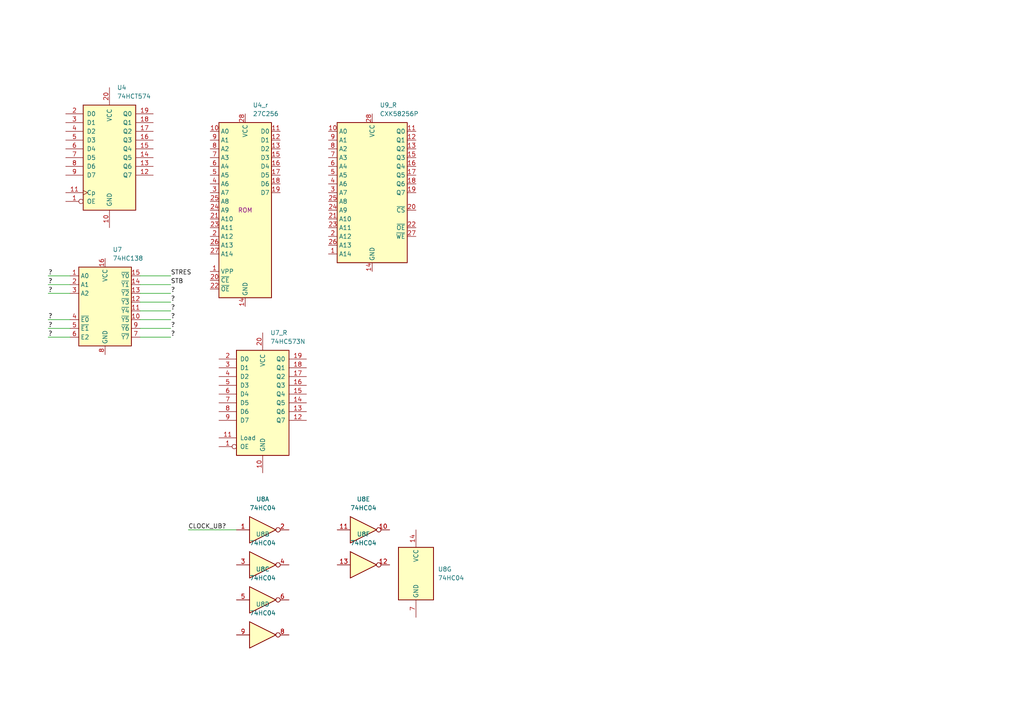
<source format=kicad_sch>
(kicad_sch (version 20231120) (generator "eeschema") (generator_version "8.0")
  (paper "A4")
  (lib_symbols
    (symbol "74xx:74HC04"
      (property "Reference" "U" (at 0 1.27 0))
      (property "Value" "74HC04" (at 0 -1.27 0))
      (symbol "74HC04_1_0"
        (polyline (pts (xy -3.81 3.81) (xy -3.81 -3.81) (xy 3.81 0) (xy -3.81 3.81)) (stroke (width 0.254)) (fill (type background)))
        (pin input line (at -7.62 0 0) (length 3.81) (name "~") (number "1"))
        (pin output inverted (at 7.62 0 180) (length 3.81) (name "~") (number "2"))
      )
      (symbol "74HC04_2_0"
        (polyline (pts (xy -3.81 3.81) (xy -3.81 -3.81) (xy 3.81 0) (xy -3.81 3.81)) (stroke (width 0.254)) (fill (type background)))
        (pin input line (at -7.62 0 0) (length 3.81) (name "~") (number "3"))
        (pin output inverted (at 7.62 0 180) (length 3.81) (name "~") (number "4"))
      )
      (symbol "74HC04_3_0"
        (polyline (pts (xy -3.81 3.81) (xy -3.81 -3.81) (xy 3.81 0) (xy -3.81 3.81)) (stroke (width 0.254)) (fill (type background)))
        (pin input line (at -7.62 0 0) (length 3.81) (name "~") (number "5"))
        (pin output inverted (at 7.62 0 180) (length 3.81) (name "~") (number "6"))
      )
      (symbol "74HC04_4_0"
        (polyline (pts (xy -3.81 3.81) (xy -3.81 -3.81) (xy 3.81 0) (xy -3.81 3.81)) (stroke (width 0.254)) (fill (type background)))
        (pin output inverted (at 7.62 0 180) (length 3.81) (name "~") (number "8"))
        (pin input line (at -7.62 0 0) (length 3.81) (name "~") (number "9"))
      )
      (symbol "74HC04_5_0"
        (polyline (pts (xy -3.81 3.81) (xy -3.81 -3.81) (xy 3.81 0) (xy -3.81 3.81)) (stroke (width 0.254)) (fill (type background)))
        (pin output inverted (at 7.62 0 180) (length 3.81) (name "~") (number "10"))
        (pin input line (at -7.62 0 0) (length 3.81) (name "~") (number "11"))
      )
      (symbol "74HC04_6_0"
        (polyline (pts (xy -3.81 3.81) (xy -3.81 -3.81) (xy 3.81 0) (xy -3.81 3.81)) (stroke (width 0.254)) (fill (type background)))
        (pin output inverted (at 7.62 0 180) (length 3.81) (name "~") (number "12"))
        (pin input line (at -7.62 0 0) (length 3.81) (name "~") (number "13"))
      )
      (symbol "74HC04_7_0"
        (pin power_in line (at 0 12.7 270) (length 5.08) (name "VCC") (number "14"))
        (pin power_in line (at 0 -12.7 90) (length 5.08) (name "GND") (number "7"))
      )
      (symbol "74HC04_7_1"
        (rectangle (start -5.08 7.62) (end 5.08 -7.62) (stroke (width 0.254)) (fill (type background)))
      )
    )
    (symbol "74xx:74HC138"
      (property "Reference" "U" (at -7.62 13.97 0))
      (property "Value" "74HC138" (at 2.54 -11.43 0))
      (symbol "74HC138_0_1"
        (rectangle (start -7.62 12.7) (end 7.62 -10.16) (stroke (width 0.254)) (fill (type background)))
      )
      (symbol "74HC138_1_1"
        (pin input line (at -10.16 10.16 0) (length 2.54) (name "A0") (number "1"))
        (pin output line (at 10.16 -2.54 180) (length 2.54) (name "~{Y5}") (number "10"))
        (pin output line (at 10.16 0 180) (length 2.54) (name "~{Y4}") (number "11"))
        (pin output line (at 10.16 2.54 180) (length 2.54) (name "~{Y3}") (number "12"))
        (pin output line (at 10.16 5.08 180) (length 2.54) (name "~{Y2}") (number "13"))
        (pin output line (at 10.16 7.62 180) (length 2.54) (name "~{Y1}") (number "14"))
        (pin output line (at 10.16 10.16 180) (length 2.54) (name "~{Y0}") (number "15"))
        (pin power_in line (at 0 15.24 270) (length 2.54) (name "VCC") (number "16"))
        (pin input line (at -10.16 7.62 0) (length 2.54) (name "A1") (number "2"))
        (pin input line (at -10.16 5.08 0) (length 2.54) (name "A2") (number "3"))
        (pin input line (at -10.16 -2.54 0) (length 2.54) (name "~{E0}") (number "4"))
        (pin input line (at -10.16 -5.08 0) (length 2.54) (name "~{E1}") (number "5"))
        (pin input line (at -10.16 -7.62 0) (length 2.54) (name "E2") (number "6"))
        (pin output line (at 10.16 -7.62 180) (length 2.54) (name "~{Y7}") (number "7"))
        (pin power_in line (at 0 -12.7 90) (length 2.54) (name "GND") (number "8"))
        (pin output line (at 10.16 -5.08 180) (length 2.54) (name "~{Y6}") (number "9"))
      )
    )
    (symbol "74xx:74HCT574" (pin_names (offset 1.016))
      (property "Reference" "U" (at -7.62 16.51 0))
      (property "Value" "74HCT574" (at -7.62 -16.51 0))
      (symbol "74HCT574_1_0"
        (pin input inverted (at -12.7 -12.7 0) (length 5.08) (name "OE") (number "1"))
        (pin power_in line (at 0 -20.32 90) (length 5.08) (name "GND") (number "10"))
        (pin input clock (at -12.7 -10.16 0) (length 5.08) (name "Cp") (number "11"))
        (pin tri_state line (at 12.7 -5.08 180) (length 5.08) (name "Q7") (number "12"))
        (pin tri_state line (at 12.7 -2.54 180) (length 5.08) (name "Q6") (number "13"))
        (pin tri_state line (at 12.7 0 180) (length 5.08) (name "Q5") (number "14"))
        (pin tri_state line (at 12.7 2.54 180) (length 5.08) (name "Q4") (number "15"))
        (pin tri_state line (at 12.7 5.08 180) (length 5.08) (name "Q3") (number "16"))
        (pin tri_state line (at 12.7 7.62 180) (length 5.08) (name "Q2") (number "17"))
        (pin tri_state line (at 12.7 10.16 180) (length 5.08) (name "Q1") (number "18"))
        (pin tri_state line (at 12.7 12.7 180) (length 5.08) (name "Q0") (number "19"))
        (pin input line (at -12.7 12.7 0) (length 5.08) (name "D0") (number "2"))
        (pin power_in line (at 0 20.32 270) (length 5.08) (name "VCC") (number "20"))
        (pin input line (at -12.7 10.16 0) (length 5.08) (name "D1") (number "3"))
        (pin input line (at -12.7 7.62 0) (length 5.08) (name "D2") (number "4"))
        (pin input line (at -12.7 5.08 0) (length 5.08) (name "D3") (number "5"))
        (pin input line (at -12.7 2.54 0) (length 5.08) (name "D4") (number "6"))
        (pin input line (at -12.7 0 0) (length 5.08) (name "D5") (number "7"))
        (pin input line (at -12.7 -2.54 0) (length 5.08) (name "D6") (number "8"))
        (pin input line (at -12.7 -5.08 0) (length 5.08) (name "D7") (number "9"))
      )
      (symbol "74HCT574_1_1"
        (rectangle (start -7.62 15.24) (end 7.62 -15.24) (stroke (width 0.254)) (fill (type background)))
      )
    )
    (symbol "74xx:74LS573" (pin_names (offset 1.016))
      (property "Reference" "U" (at -7.62 16.51 0))
      (property "Value" "74LS573" (at -7.62 -16.51 0))
      (symbol "74LS573_1_0"
        (pin input inverted (at -12.7 -12.7 0) (length 5.08) (name "OE") (number "1"))
        (pin power_in line (at 0 -20.32 90) (length 5.08) (name "GND") (number "10"))
        (pin input line (at -12.7 -10.16 0) (length 5.08) (name "Load") (number "11"))
        (pin tri_state line (at 12.7 -5.08 180) (length 5.08) (name "Q7") (number "12"))
        (pin tri_state line (at 12.7 -2.54 180) (length 5.08) (name "Q6") (number "13"))
        (pin tri_state line (at 12.7 0 180) (length 5.08) (name "Q5") (number "14"))
        (pin tri_state line (at 12.7 2.54 180) (length 5.08) (name "Q4") (number "15"))
        (pin tri_state line (at 12.7 5.08 180) (length 5.08) (name "Q3") (number "16"))
        (pin tri_state line (at 12.7 7.62 180) (length 5.08) (name "Q2") (number "17"))
        (pin tri_state line (at 12.7 10.16 180) (length 5.08) (name "Q1") (number "18"))
        (pin tri_state line (at 12.7 12.7 180) (length 5.08) (name "Q0") (number "19"))
        (pin input line (at -12.7 12.7 0) (length 5.08) (name "D0") (number "2"))
        (pin power_in line (at 0 20.32 270) (length 5.08) (name "VCC") (number "20"))
        (pin input line (at -12.7 10.16 0) (length 5.08) (name "D1") (number "3"))
        (pin input line (at -12.7 7.62 0) (length 5.08) (name "D2") (number "4"))
        (pin input line (at -12.7 5.08 0) (length 5.08) (name "D3") (number "5"))
        (pin input line (at -12.7 2.54 0) (length 5.08) (name "D4") (number "6"))
        (pin input line (at -12.7 0 0) (length 5.08) (name "D5") (number "7"))
        (pin input line (at -12.7 -2.54 0) (length 5.08) (name "D6") (number "8"))
        (pin input line (at -12.7 -5.08 0) (length 5.08) (name "D7") (number "9"))
      )
      (symbol "74LS573_1_1"
        (rectangle (start -7.62 15.24) (end 7.62 -15.24) (stroke (width 0.254)) (fill (type background)))
      )
    )
    (symbol "Memory_EPROM:27C256"
      (property "Reference" "U" (at -7.62 26.67 0))
      (property "Value" "27C256" (at 2.54 -26.67 0))
      (symbol "27C256_1_1"
        (rectangle (start -7.62 25.4) (end 7.62 -25.4) (stroke (width 0.254)) (fill (type background)))
        (pin input line (at -10.16 -17.78 0) (length 2.54) (name "VPP") (number "1"))
        (pin input line (at -10.16 22.86 0) (length 2.54) (name "A0") (number "10"))
        (pin tri_state line (at 10.16 22.86 180) (length 2.54) (name "D0") (number "11"))
        (pin tri_state line (at 10.16 20.32 180) (length 2.54) (name "D1") (number "12"))
        (pin tri_state line (at 10.16 17.78 180) (length 2.54) (name "D2") (number "13"))
        (pin power_in line (at 0 -27.94 90) (length 2.54) (name "GND") (number "14"))
        (pin tri_state line (at 10.16 15.24 180) (length 2.54) (name "D3") (number "15"))
        (pin tri_state line (at 10.16 12.7 180) (length 2.54) (name "D4") (number "16"))
        (pin tri_state line (at 10.16 10.16 180) (length 2.54) (name "D5") (number "17"))
        (pin tri_state line (at 10.16 7.62 180) (length 2.54) (name "D6") (number "18"))
        (pin tri_state line (at 10.16 5.08 180) (length 2.54) (name "D7") (number "19"))
        (pin input line (at -10.16 -7.62 0) (length 2.54) (name "A12") (number "2"))
        (pin input line (at -10.16 -20.32 0) (length 2.54) (name "~{CE}") (number "20"))
        (pin input line (at -10.16 -2.54 0) (length 2.54) (name "A10") (number "21"))
        (pin input line (at -10.16 -22.86 0) (length 2.54) (name "~{OE}") (number "22"))
        (pin input line (at -10.16 -5.08 0) (length 2.54) (name "A11") (number "23"))
        (pin input line (at -10.16 0 0) (length 2.54) (name "A9") (number "24"))
        (pin input line (at -10.16 2.54 0) (length 2.54) (name "A8") (number "25"))
        (pin input line (at -10.16 -10.16 0) (length 2.54) (name "A13") (number "26"))
        (pin input line (at -10.16 -12.7 0) (length 2.54) (name "A14") (number "27"))
        (pin power_in line (at 0 27.94 270) (length 2.54) (name "VCC") (number "28"))
        (pin input line (at -10.16 5.08 0) (length 2.54) (name "A7") (number "3"))
        (pin input line (at -10.16 7.62 0) (length 2.54) (name "A6") (number "4"))
        (pin input line (at -10.16 10.16 0) (length 2.54) (name "A5") (number "5"))
        (pin input line (at -10.16 12.7 0) (length 2.54) (name "A4") (number "6"))
        (pin input line (at -10.16 15.24 0) (length 2.54) (name "A3") (number "7"))
        (pin input line (at -10.16 17.78 0) (length 2.54) (name "A2") (number "8"))
        (pin input line (at -10.16 20.32 0) (length 2.54) (name "A1") (number "9"))
      )
    )
    (symbol "Memory_RAM:CY62256-70PC"
      (property "Reference" "U" (at -10.16 20.955 0))
      (property "Value" "CY62256-70PC" (at 2.54 20.955 0))
      (symbol "CY62256-70PC_0_0"
        (pin power_in line (at 0 -22.86 90) (length 2.54) (name "GND") (number "14"))
        (pin power_in line (at 0 22.86 270) (length 2.54) (name "VCC") (number "28"))
      )
      (symbol "CY62256-70PC_0_1"
        (rectangle (start -10.16 20.32) (end 10.16 -20.32) (stroke (width 0.254)) (fill (type background)))
      )
      (symbol "CY62256-70PC_1_1"
        (pin input line (at -12.7 -17.78 0) (length 2.54) (name "A14") (number "1"))
        (pin input line (at -12.7 17.78 0) (length 2.54) (name "A0") (number "10"))
        (pin tri_state line (at 12.7 17.78 180) (length 2.54) (name "Q0") (number "11"))
        (pin tri_state line (at 12.7 15.24 180) (length 2.54) (name "Q1") (number "12"))
        (pin tri_state line (at 12.7 12.7 180) (length 2.54) (name "Q2") (number "13"))
        (pin tri_state line (at 12.7 10.16 180) (length 2.54) (name "Q3") (number "15"))
        (pin tri_state line (at 12.7 7.62 180) (length 2.54) (name "Q4") (number "16"))
        (pin tri_state line (at 12.7 5.08 180) (length 2.54) (name "Q5") (number "17"))
        (pin tri_state line (at 12.7 2.54 180) (length 2.54) (name "Q6") (number "18"))
        (pin tri_state line (at 12.7 0 180) (length 2.54) (name "Q7") (number "19"))
        (pin input line (at -12.7 -12.7 0) (length 2.54) (name "A12") (number "2"))
        (pin input line (at 12.7 -5.08 180) (length 2.54) (name "~{CS}") (number "20"))
        (pin input line (at -12.7 -7.62 0) (length 2.54) (name "A10") (number "21"))
        (pin input line (at 12.7 -10.16 180) (length 2.54) (name "~{OE}") (number "22"))
        (pin input line (at -12.7 -10.16 0) (length 2.54) (name "A11") (number "23"))
        (pin input line (at -12.7 -5.08 0) (length 2.54) (name "A9") (number "24"))
        (pin input line (at -12.7 -2.54 0) (length 2.54) (name "A8") (number "25"))
        (pin input line (at -12.7 -15.24 0) (length 2.54) (name "A13") (number "26"))
        (pin input line (at 12.7 -12.7 180) (length 2.54) (name "~{WE}") (number "27"))
        (pin input line (at -12.7 0 0) (length 2.54) (name "A7") (number "3"))
        (pin input line (at -12.7 2.54 0) (length 2.54) (name "A6") (number "4"))
        (pin input line (at -12.7 5.08 0) (length 2.54) (name "A5") (number "5"))
        (pin input line (at -12.7 7.62 0) (length 2.54) (name "A4") (number "6"))
        (pin input line (at -12.7 10.16 0) (length 2.54) (name "A3") (number "7"))
        (pin input line (at -12.7 12.7 0) (length 2.54) (name "A2") (number "8"))
        (pin input line (at -12.7 15.24 0) (length 2.54) (name "A1") (number "9"))
      )
    )
  )
  (wire (pts (xy 40.64 80.01) (xy 49.53 80.01)))
  (wire (pts (xy 40.64 82.55) (xy 49.53 82.55)))
  (wire (pts (xy 13.97 85.09) (xy 20.32 85.09)))
  (wire (pts (xy 40.64 90.17) (xy 49.53 90.17)))
  (wire (pts (xy 40.64 87.63) (xy 49.53 87.63)))
  (wire (pts (xy 40.64 92.71) (xy 49.53 92.71)))
  (wire (pts (xy 13.97 95.25) (xy 20.32 95.25)))
  (wire (pts (xy 13.97 97.79) (xy 20.32 97.79)))
  (wire (pts (xy 13.97 82.55) (xy 20.32 82.55)))
  (wire (pts (xy 13.97 80.01) (xy 20.32 80.01)))
  (wire (pts (xy 40.64 95.25) (xy 49.53 95.25)))
  (wire (pts (xy 54.61 153.67) (xy 68.58 153.67)))
  (wire (pts (xy 13.97 92.71) (xy 20.32 92.71)))
  (wire (pts (xy 40.64 97.79) (xy 49.53 97.79)))
  (wire (pts (xy 40.64 85.09) (xy 49.53 85.09)))
  (label "?" (at 49.53 87.63 0))
  (label "?" (at 13.97 82.55 0))
  (label "?" (at 13.97 95.25 0))
  (label "?" (at 13.97 85.09 0))
  (label "?" (at 49.53 95.25 0))
  (label "?" (at 49.53 92.71 0))
  (label "?" (at 13.97 80.01 0))
  (label "?" (at 49.53 97.79 0))
  (label "STB" (at 49.53 82.55 0))
  (label "?" (at 13.97 92.71 0))
  (label "STRES" (at 49.53 80.01 0))
  (label "CLOCK_UB?" (at 54.61 153.67 0))
  (label "?" (at 49.53 90.17 0))
  (label "?" (at 13.97 97.79 0))
  (label "?" (at 49.53 85.09 0))
  (symbol (lib_id "74xx:74HC04") (at 105.41 153.67 0) (unit 5)
    (property "Reference" "U8" (at 105.41 144.78 0))
    (property "Value" "74HC04" (at 105.41 147.32 0))
    (property "Datasheet" "https://assets.nexperia.com/documents/data-sheet/74HC_HCT04.pdf" (effects (hide yes)))
    (property "Description" "Hex Inverter" (effects (hide yes)))
  )
  (symbol (lib_id "74xx:74HC04") (at 76.2 184.15 0) (unit 4)
    (property "Reference" "U8" (at 76.2 175.26 0))
    (property "Value" "74HC04" (at 76.2 177.8 0))
    (property "Datasheet" "https://assets.nexperia.com/documents/data-sheet/74HC_HCT04.pdf" (effects (hide yes)))
    (property "Description" "Hex Inverter" (effects (hide yes)))
  )
  (symbol (lib_id "74xx:74HC04") (at 105.41 163.83 0) (unit 6)
    (property "Reference" "U8" (at 105.41 154.94 0))
    (property "Value" "74HC04" (at 105.41 157.48 0))
    (property "Datasheet" "https://assets.nexperia.com/documents/data-sheet/74HC_HCT04.pdf" (effects (hide yes)))
    (property "Description" "Hex Inverter" (effects (hide yes)))
  )
  (symbol (lib_id "74xx:74HC04") (at 76.2 153.67 0) (unit 1)
    (property "Reference" "U8" (at 76.2 144.78 0))
    (property "Value" "74HC04" (at 76.2 147.32 0))
    (property "Datasheet" "https://assets.nexperia.com/documents/data-sheet/74HC_HCT04.pdf" (effects (hide yes)))
    (property "Description" "Hex Inverter" (effects (hide yes)))
  )
  (symbol (lib_id "74xx:74HC04") (at 120.65 166.37 0) (unit 7)
    (property "Reference" "U8" (at 127 165.0999 0) (effects (justify left)))
    (property "Value" "74HC04" (at 127 167.6399 0) (effects (justify left)))
    (property "Datasheet" "https://assets.nexperia.com/documents/data-sheet/74HC_HCT04.pdf" (effects (hide yes)))
    (property "Description" "Hex Inverter" (effects (hide yes)))
  )
  (symbol (lib_id "74xx:74HC138") (at 30.48 90.17 0) (unit 1)
    (property "Reference" "U7" (at 32.6741 72.39 0) (effects (justify left)))
    (property "Value" "74HC138" (at 32.6741 74.93 0) (effects (justify left)))
    (property "Datasheet" "http://www.ti.com/lit/ds/symlink/cd74hc238.pdf" (effects (hide yes)))
    (property "Description" "3-to-8 line decoder/multiplexer inverting, DIP-16/SOIC-16/SSOP-16" (effects (hide yes)))
  )
  (symbol (lib_id "74xx:74HCT574") (at 31.75 45.72 0) (unit 1)
    (property "Reference" "U4" (at 33.9441 25.4 0) (effects (justify left)))
    (property "Value" "74HCT574" (at 33.9441 27.94 0) (effects (justify left)))
    (property "Datasheet" "http://www.ti.com/lit/gpn/sn74HCT574" (effects (hide yes)))
    (property "Description" "8-bit Register, 3-state outputs" (effects (hide yes)))
  )
  (symbol (lib_id "74xx:74HC04") (at 76.2 173.99 0) (unit 3)
    (property "Reference" "U8" (at 76.2 165.1 0))
    (property "Value" "74HC04" (at 76.2 167.64 0))
    (property "Datasheet" "https://assets.nexperia.com/documents/data-sheet/74HC_HCT04.pdf" (effects (hide yes)))
    (property "Description" "Hex Inverter" (effects (hide yes)))
  )
  (symbol (lib_id "Memory_RAM:CY62256-70PC") (at 107.95 55.88 0) (unit 1)
    (property "Reference" "U9_R" (at 110.1441 30.48 0) (effects (justify left)))
    (property "Value" "CXK58256P" (at 110.1441 33.02 0) (effects (justify left)))
    (property "Footprint" "Package_DIP:DIP-28_W15.24mm" (effects (hide yes)))
    (property "Datasheet" "https://ecee.colorado.edu/~mcclurel/Cypress_SRAM_CY62256.pdf" (effects (hide yes)))
    (property "Description" "256K (32K x 8) Static RAM, 70ns, DIP-28" (effects (hide yes)))
  )
  (symbol (lib_id "74xx:74LS573") (at 76.2 116.84 0) (unit 1)
    (property "Reference" "U7_R" (at 78.3941 96.52 0) (effects (justify left)))
    (property "Value" "74HC573N" (at 78.3941 99.06 0) (effects (justify left)))
    (property "Datasheet" "74xx/74hc573.pdf" (effects (hide yes)))
    (property "Description" "8-bit Latch 3-state outputs" (effects (hide yes)))
  )
  (symbol (lib_id "74xx:74HC04") (at 76.2 163.83 0) (unit 2)
    (property "Reference" "U8" (at 76.2 154.94 0))
    (property "Value" "74HC04" (at 76.2 157.48 0))
    (property "Datasheet" "https://assets.nexperia.com/documents/data-sheet/74HC_HCT04.pdf" (effects (hide yes)))
    (property "Description" "Hex Inverter" (effects (hide yes)))
  )
  (symbol (lib_id "Memory_EPROM:27C256") (at 71.12 60.96 0) (unit 1)
    (property "Reference" "U4_r" (at 73.3141 30.48 0) (effects (justify left)))
    (property "Value" "27C256" (at 73.3141 33.02 0) (effects (justify left)))
    (property "Footprint" "Package_DIP:DIP-28_W15.24mm" (effects (hide yes)))
    (property "Datasheet" "http://ww1.microchip.com/downloads/en/DeviceDoc/doc0014.pdf" (effects (hide yes)))
    (property "Description" "ROM" (at 71.12 60.96 0))
  )
)
</source>
